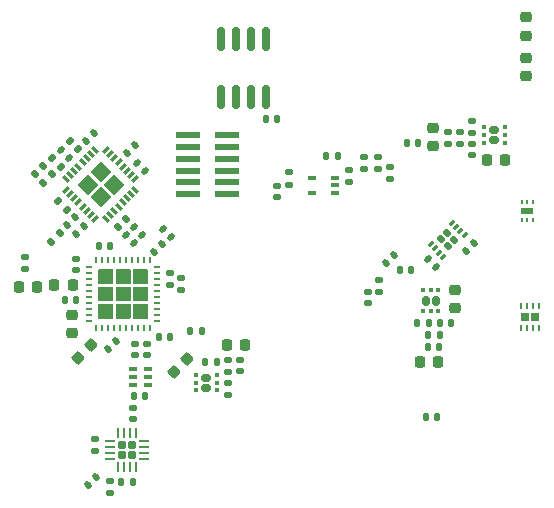
<source format=gbr>
%TF.GenerationSoftware,KiCad,Pcbnew,(6.0.4)*%
%TF.CreationDate,2023-05-22T00:57:41+09:00*%
%TF.ProjectId,RFB,5246422e-6b69-4636-9164-5f7063625858,rev?*%
%TF.SameCoordinates,Original*%
%TF.FileFunction,Paste,Bot*%
%TF.FilePolarity,Positive*%
%FSLAX46Y46*%
G04 Gerber Fmt 4.6, Leading zero omitted, Abs format (unit mm)*
G04 Created by KiCad (PCBNEW (6.0.4)) date 2023-05-22 00:57:41*
%MOMM*%
%LPD*%
G01*
G04 APERTURE LIST*
G04 Aperture macros list*
%AMRoundRect*
0 Rectangle with rounded corners*
0 $1 Rounding radius*
0 $2 $3 $4 $5 $6 $7 $8 $9 X,Y pos of 4 corners*
0 Add a 4 corners polygon primitive as box body*
4,1,4,$2,$3,$4,$5,$6,$7,$8,$9,$2,$3,0*
0 Add four circle primitives for the rounded corners*
1,1,$1+$1,$2,$3*
1,1,$1+$1,$4,$5*
1,1,$1+$1,$6,$7*
1,1,$1+$1,$8,$9*
0 Add four rect primitives between the rounded corners*
20,1,$1+$1,$2,$3,$4,$5,0*
20,1,$1+$1,$4,$5,$6,$7,0*
20,1,$1+$1,$6,$7,$8,$9,0*
20,1,$1+$1,$8,$9,$2,$3,0*%
%AMRotRect*
0 Rectangle, with rotation*
0 The origin of the aperture is its center*
0 $1 length*
0 $2 width*
0 $3 Rotation angle, in degrees counterclockwise*
0 Add horizontal line*
21,1,$1,$2,0,0,$3*%
G04 Aperture macros list end*
%ADD10R,1.100000X0.600000*%
%ADD11R,0.200000X0.400000*%
%ADD12R,0.650000X0.750000*%
%ADD13R,0.250000X0.500000*%
%ADD14RoundRect,0.177500X-0.177500X0.177500X-0.177500X-0.177500X0.177500X-0.177500X0.177500X0.177500X0*%
%ADD15RoundRect,0.062500X-0.062500X0.325000X-0.062500X-0.325000X0.062500X-0.325000X0.062500X0.325000X0*%
%ADD16RoundRect,0.062500X-0.325000X0.062500X-0.325000X-0.062500X0.325000X-0.062500X0.325000X0.062500X0*%
%ADD17RoundRect,0.225000X0.225000X0.250000X-0.225000X0.250000X-0.225000X-0.250000X0.225000X-0.250000X0*%
%ADD18RoundRect,0.225000X-0.017678X0.335876X-0.335876X0.017678X0.017678X-0.335876X0.335876X-0.017678X0*%
%ADD19RoundRect,0.160000X-0.245000X-0.160000X0.245000X-0.160000X0.245000X0.160000X-0.245000X0.160000X0*%
%ADD20RoundRect,0.093750X-0.093750X-0.106250X0.093750X-0.106250X0.093750X0.106250X-0.093750X0.106250X0*%
%ADD21RoundRect,0.140000X0.140000X0.170000X-0.140000X0.170000X-0.140000X-0.170000X0.140000X-0.170000X0*%
%ADD22RotRect,1.230000X1.230000X135.000000*%
%ADD23RotRect,0.250000X0.600000X45.000000*%
%ADD24RotRect,0.250000X0.600000X135.000000*%
%ADD25RoundRect,0.135000X-0.135000X-0.185000X0.135000X-0.185000X0.135000X0.185000X-0.135000X0.185000X0*%
%ADD26RoundRect,0.225000X-0.250000X0.225000X-0.250000X-0.225000X0.250000X-0.225000X0.250000X0.225000X0*%
%ADD27RoundRect,0.135000X0.135000X0.185000X-0.135000X0.185000X-0.135000X-0.185000X0.135000X-0.185000X0*%
%ADD28RoundRect,0.135000X0.035355X-0.226274X0.226274X-0.035355X-0.035355X0.226274X-0.226274X0.035355X0*%
%ADD29RoundRect,0.140000X-0.140000X-0.170000X0.140000X-0.170000X0.140000X0.170000X-0.140000X0.170000X0*%
%ADD30RoundRect,0.135000X0.185000X-0.135000X0.185000X0.135000X-0.185000X0.135000X-0.185000X-0.135000X0*%
%ADD31RoundRect,0.147500X-0.147500X-0.172500X0.147500X-0.172500X0.147500X0.172500X-0.147500X0.172500X0*%
%ADD32RoundRect,0.135000X-0.185000X0.135000X-0.185000X-0.135000X0.185000X-0.135000X0.185000X0.135000X0*%
%ADD33RoundRect,0.160000X0.160000X-0.245000X0.160000X0.245000X-0.160000X0.245000X-0.160000X-0.245000X0*%
%ADD34RoundRect,0.093750X0.106250X-0.093750X0.106250X0.093750X-0.106250X0.093750X-0.106250X-0.093750X0*%
%ADD35RoundRect,0.140000X0.170000X-0.140000X0.170000X0.140000X-0.170000X0.140000X-0.170000X-0.140000X0*%
%ADD36R,2.000000X0.500000*%
%ADD37RoundRect,0.140000X-0.219203X-0.021213X-0.021213X-0.219203X0.219203X0.021213X0.021213X0.219203X0*%
%ADD38RoundRect,0.140000X-0.021213X0.219203X-0.219203X0.021213X0.021213X-0.219203X0.219203X-0.021213X0*%
%ADD39RoundRect,0.140000X-0.170000X0.140000X-0.170000X-0.140000X0.170000X-0.140000X0.170000X0.140000X0*%
%ADD40RoundRect,0.140000X0.028284X-0.226274X0.226274X-0.028284X-0.028284X0.226274X-0.226274X0.028284X0*%
%ADD41RoundRect,0.087500X-0.061872X-0.185616X0.185616X0.061872X0.061872X0.185616X-0.185616X-0.061872X0*%
%ADD42RoundRect,0.160000X0.245000X0.160000X-0.245000X0.160000X-0.245000X-0.160000X0.245000X-0.160000X0*%
%ADD43RoundRect,0.093750X0.093750X0.106250X-0.093750X0.106250X-0.093750X-0.106250X0.093750X-0.106250X0*%
%ADD44R,0.249999X0.599999*%
%ADD45R,0.599999X0.249999*%
%ADD46RoundRect,0.225000X0.017678X-0.335876X0.335876X-0.017678X-0.017678X0.335876X-0.335876X0.017678X0*%
%ADD47RoundRect,0.140000X0.219203X0.021213X0.021213X0.219203X-0.219203X-0.021213X-0.021213X-0.219203X0*%
%ADD48RoundRect,0.147500X-0.172500X0.147500X-0.172500X-0.147500X0.172500X-0.147500X0.172500X0.147500X0*%
%ADD49R,0.650000X0.400000*%
%ADD50RoundRect,0.135000X-0.035355X0.226274X-0.226274X0.035355X0.035355X-0.226274X0.226274X-0.035355X0*%
%ADD51RoundRect,0.225000X0.250000X-0.225000X0.250000X0.225000X-0.250000X0.225000X-0.250000X-0.225000X0*%
%ADD52RoundRect,0.150000X0.150000X-0.825000X0.150000X0.825000X-0.150000X0.825000X-0.150000X-0.825000X0*%
%ADD53RoundRect,0.135000X-0.226274X-0.035355X-0.035355X-0.226274X0.226274X0.035355X0.035355X0.226274X0*%
%ADD54RoundRect,0.140000X0.021213X-0.219203X0.219203X-0.021213X-0.021213X0.219203X-0.219203X0.021213X0*%
%ADD55RoundRect,0.135000X0.226274X0.035355X0.035355X0.226274X-0.226274X-0.035355X-0.035355X-0.226274X0*%
%ADD56RoundRect,0.225000X-0.225000X-0.250000X0.225000X-0.250000X0.225000X0.250000X-0.225000X0.250000X0*%
%ADD57R,0.700000X0.350000*%
G04 APERTURE END LIST*
%TO.C,U4*%
G36*
X44772229Y-79114769D02*
G01*
X44781683Y-79117637D01*
X44790398Y-79122295D01*
X44798036Y-79128562D01*
X44804302Y-79136199D01*
X44808960Y-79144914D01*
X44811828Y-79154368D01*
X44812796Y-79164200D01*
X44812796Y-80323400D01*
X44811828Y-80333233D01*
X44808960Y-80342687D01*
X44804302Y-80351401D01*
X44798036Y-80359039D01*
X44790398Y-80365305D01*
X44781683Y-80369964D01*
X44772229Y-80372831D01*
X44762397Y-80373799D01*
X43603197Y-80373799D01*
X43593365Y-80372831D01*
X43583911Y-80369964D01*
X43575196Y-80365305D01*
X43567558Y-80359039D01*
X43561292Y-80351401D01*
X43556634Y-80342687D01*
X43553766Y-80333233D01*
X43552796Y-80323400D01*
X43552796Y-79164200D01*
X43553766Y-79154368D01*
X43556634Y-79144914D01*
X43561292Y-79136199D01*
X43567558Y-79128562D01*
X43575196Y-79122295D01*
X43583911Y-79117637D01*
X43593365Y-79114769D01*
X43603197Y-79113799D01*
X44762397Y-79113799D01*
X44772229Y-79114769D01*
G37*
G36*
X43312230Y-79114769D02*
G01*
X43321684Y-79117637D01*
X43330398Y-79122295D01*
X43338036Y-79128562D01*
X43344302Y-79136199D01*
X43348961Y-79144914D01*
X43351828Y-79154368D01*
X43352796Y-79164200D01*
X43352796Y-80323400D01*
X43351828Y-80333233D01*
X43348961Y-80342687D01*
X43344302Y-80351401D01*
X43338036Y-80359039D01*
X43330398Y-80365305D01*
X43321684Y-80369964D01*
X43312230Y-80372831D01*
X43302398Y-80373799D01*
X42143197Y-80373799D01*
X42133365Y-80372831D01*
X42123911Y-80369964D01*
X42115196Y-80365305D01*
X42107559Y-80359039D01*
X42101292Y-80351401D01*
X42096634Y-80342687D01*
X42093766Y-80333233D01*
X42092796Y-80323400D01*
X42092796Y-79164200D01*
X42093766Y-79154368D01*
X42096634Y-79144914D01*
X42101292Y-79136199D01*
X42107559Y-79128562D01*
X42115196Y-79122295D01*
X42123911Y-79117637D01*
X42133365Y-79114769D01*
X42143197Y-79113799D01*
X43302398Y-79113799D01*
X43312230Y-79114769D01*
G37*
G36*
X43312230Y-80574769D02*
G01*
X43321684Y-80577637D01*
X43330398Y-80582295D01*
X43338036Y-80588561D01*
X43344302Y-80596199D01*
X43348961Y-80604914D01*
X43351828Y-80614368D01*
X43352796Y-80624200D01*
X43352796Y-81783400D01*
X43351828Y-81793232D01*
X43348961Y-81802686D01*
X43344302Y-81811401D01*
X43338036Y-81819039D01*
X43330398Y-81825305D01*
X43321684Y-81829963D01*
X43312230Y-81832831D01*
X43302398Y-81833799D01*
X42143197Y-81833799D01*
X42133365Y-81832831D01*
X42123911Y-81829963D01*
X42115196Y-81825305D01*
X42107559Y-81819039D01*
X42101292Y-81811401D01*
X42096634Y-81802686D01*
X42093766Y-81793232D01*
X42092796Y-81783400D01*
X42092796Y-80624200D01*
X42093766Y-80614368D01*
X42096634Y-80604914D01*
X42101292Y-80596199D01*
X42107559Y-80588561D01*
X42115196Y-80582295D01*
X42123911Y-80577637D01*
X42133365Y-80574769D01*
X42143197Y-80573801D01*
X43302398Y-80573801D01*
X43312230Y-80574769D01*
G37*
G36*
X41852230Y-82034769D02*
G01*
X41861684Y-82037636D01*
X41870399Y-82042295D01*
X41878037Y-82048561D01*
X41884303Y-82056199D01*
X41888961Y-82064913D01*
X41891829Y-82074367D01*
X41892799Y-82084200D01*
X41892799Y-83243400D01*
X41891829Y-83253232D01*
X41888961Y-83262686D01*
X41884303Y-83271401D01*
X41878037Y-83279038D01*
X41870399Y-83285305D01*
X41861684Y-83289963D01*
X41852230Y-83292831D01*
X41842398Y-83293801D01*
X40683198Y-83293801D01*
X40673365Y-83292831D01*
X40663912Y-83289963D01*
X40655197Y-83285305D01*
X40647559Y-83279038D01*
X40641293Y-83271401D01*
X40636634Y-83262686D01*
X40633767Y-83253232D01*
X40632799Y-83243400D01*
X40632799Y-82084200D01*
X40633767Y-82074367D01*
X40636634Y-82064913D01*
X40641293Y-82056199D01*
X40647559Y-82048561D01*
X40655197Y-82042295D01*
X40663912Y-82037636D01*
X40673365Y-82034769D01*
X40683198Y-82033801D01*
X41842398Y-82033801D01*
X41852230Y-82034769D01*
G37*
G36*
X44772229Y-80574769D02*
G01*
X44781683Y-80577637D01*
X44790398Y-80582295D01*
X44798036Y-80588561D01*
X44804302Y-80596199D01*
X44808960Y-80604914D01*
X44811828Y-80614368D01*
X44812796Y-80624200D01*
X44812796Y-81783400D01*
X44811828Y-81793232D01*
X44808960Y-81802686D01*
X44804302Y-81811401D01*
X44798036Y-81819039D01*
X44790398Y-81825305D01*
X44781683Y-81829963D01*
X44772229Y-81832831D01*
X44762397Y-81833799D01*
X43603197Y-81833799D01*
X43593365Y-81832831D01*
X43583911Y-81829963D01*
X43575196Y-81825305D01*
X43567558Y-81819039D01*
X43561292Y-81811401D01*
X43556634Y-81802686D01*
X43553766Y-81793232D01*
X43552796Y-81783400D01*
X43552796Y-80624200D01*
X43553766Y-80614368D01*
X43556634Y-80604914D01*
X43561292Y-80596199D01*
X43567558Y-80588561D01*
X43575196Y-80582295D01*
X43583911Y-80577637D01*
X43593365Y-80574769D01*
X43603197Y-80573801D01*
X44762397Y-80573801D01*
X44772229Y-80574769D01*
G37*
G36*
X44772229Y-82034769D02*
G01*
X44781683Y-82037636D01*
X44790398Y-82042295D01*
X44798036Y-82048561D01*
X44804302Y-82056199D01*
X44808960Y-82064913D01*
X44811828Y-82074367D01*
X44812796Y-82084200D01*
X44812796Y-83243400D01*
X44811828Y-83253232D01*
X44808960Y-83262686D01*
X44804302Y-83271401D01*
X44798036Y-83279038D01*
X44790398Y-83285305D01*
X44781683Y-83289963D01*
X44772229Y-83292831D01*
X44762397Y-83293801D01*
X43603197Y-83293801D01*
X43593365Y-83292831D01*
X43583911Y-83289963D01*
X43575196Y-83285305D01*
X43567558Y-83279038D01*
X43561292Y-83271401D01*
X43556634Y-83262686D01*
X43553766Y-83253232D01*
X43552796Y-83243400D01*
X43552796Y-82084200D01*
X43553766Y-82074367D01*
X43556634Y-82064913D01*
X43561292Y-82056199D01*
X43567558Y-82048561D01*
X43575196Y-82042295D01*
X43583911Y-82037636D01*
X43593365Y-82034769D01*
X43603197Y-82033801D01*
X44762397Y-82033801D01*
X44772229Y-82034769D01*
G37*
G36*
X41852230Y-80574769D02*
G01*
X41861684Y-80577637D01*
X41870399Y-80582295D01*
X41878037Y-80588561D01*
X41884303Y-80596199D01*
X41888961Y-80604914D01*
X41891829Y-80614368D01*
X41892799Y-80624200D01*
X41892799Y-81783400D01*
X41891829Y-81793232D01*
X41888961Y-81802686D01*
X41884303Y-81811401D01*
X41878037Y-81819039D01*
X41870399Y-81825305D01*
X41861684Y-81829963D01*
X41852230Y-81832831D01*
X41842398Y-81833799D01*
X40683198Y-81833799D01*
X40673365Y-81832831D01*
X40663912Y-81829963D01*
X40655197Y-81825305D01*
X40647559Y-81819039D01*
X40641293Y-81811401D01*
X40636634Y-81802686D01*
X40633767Y-81793232D01*
X40632799Y-81783400D01*
X40632799Y-80624200D01*
X40633767Y-80614368D01*
X40636634Y-80604914D01*
X40641293Y-80596199D01*
X40647559Y-80588561D01*
X40655197Y-80582295D01*
X40663912Y-80577637D01*
X40673365Y-80574769D01*
X40683198Y-80573801D01*
X41842398Y-80573801D01*
X41852230Y-80574769D01*
G37*
G36*
X43312230Y-82034769D02*
G01*
X43321684Y-82037636D01*
X43330398Y-82042295D01*
X43338036Y-82048561D01*
X43344302Y-82056199D01*
X43348961Y-82064913D01*
X43351828Y-82074367D01*
X43352796Y-82084200D01*
X43352796Y-83243400D01*
X43351828Y-83253232D01*
X43348961Y-83262686D01*
X43344302Y-83271401D01*
X43338036Y-83279038D01*
X43330398Y-83285305D01*
X43321684Y-83289963D01*
X43312230Y-83292831D01*
X43302398Y-83293801D01*
X42143197Y-83293801D01*
X42133365Y-83292831D01*
X42123911Y-83289963D01*
X42115196Y-83285305D01*
X42107559Y-83279038D01*
X42101292Y-83271401D01*
X42096634Y-83262686D01*
X42093766Y-83253232D01*
X42092796Y-83243400D01*
X42092796Y-82084200D01*
X42093766Y-82074367D01*
X42096634Y-82064913D01*
X42101292Y-82056199D01*
X42107559Y-82048561D01*
X42115196Y-82042295D01*
X42123911Y-82037636D01*
X42133365Y-82034769D01*
X42143197Y-82033801D01*
X43302398Y-82033801D01*
X43312230Y-82034769D01*
G37*
G36*
X41852230Y-79114769D02*
G01*
X41861684Y-79117637D01*
X41870399Y-79122295D01*
X41878037Y-79128562D01*
X41884303Y-79136199D01*
X41888961Y-79144914D01*
X41891829Y-79154368D01*
X41892799Y-79164200D01*
X41892799Y-80323400D01*
X41891829Y-80333233D01*
X41888961Y-80342687D01*
X41884303Y-80351401D01*
X41878037Y-80359039D01*
X41870399Y-80365305D01*
X41861684Y-80369964D01*
X41852230Y-80372831D01*
X41842398Y-80373799D01*
X40683198Y-80373799D01*
X40673365Y-80372831D01*
X40663912Y-80369964D01*
X40655197Y-80365305D01*
X40647559Y-80359039D01*
X40641293Y-80351401D01*
X40636634Y-80342687D01*
X40633767Y-80333233D01*
X40632799Y-80323400D01*
X40632799Y-79164200D01*
X40633767Y-79154368D01*
X40636634Y-79144914D01*
X40641293Y-79136199D01*
X40647559Y-79128562D01*
X40655197Y-79122295D01*
X40663912Y-79117637D01*
X40673365Y-79114769D01*
X40683198Y-79113799D01*
X41842398Y-79113799D01*
X41852230Y-79114769D01*
G37*
%TD*%
D10*
%TO.C,U7*%
X76963000Y-74160400D03*
D11*
X76463000Y-74910400D03*
X76963000Y-74910400D03*
X77463000Y-74910400D03*
X77463000Y-73410400D03*
X76963000Y-73410400D03*
X76463000Y-73410400D03*
%TD*%
D12*
%TO.C,IC1*%
X77592600Y-83159600D03*
X76792600Y-83159600D03*
D13*
X76442600Y-82209600D03*
X76942600Y-82209600D03*
X77442600Y-82209600D03*
X77942600Y-82209600D03*
X77942600Y-84109600D03*
X77442600Y-84109600D03*
X76942600Y-84109600D03*
X76442600Y-84109600D03*
%TD*%
D14*
%TO.C,IC5*%
X42613000Y-94851800D03*
X43493000Y-93971800D03*
X43493000Y-94851800D03*
X42613000Y-93971800D03*
D15*
X42303000Y-92949300D03*
X42803000Y-92949300D03*
X43303000Y-92949300D03*
X43803000Y-92949300D03*
D16*
X44515500Y-93661800D03*
X44515500Y-94161800D03*
X44515500Y-94661800D03*
X44515500Y-95161800D03*
D15*
X43803000Y-95874300D03*
X43303000Y-95874300D03*
X42803000Y-95874300D03*
X42303000Y-95874300D03*
D16*
X41590500Y-95161800D03*
X41590500Y-94661800D03*
X41590500Y-94161800D03*
X41590500Y-93661800D03*
%TD*%
D17*
%TO.C,C141*%
X69380400Y-86969600D03*
X67830400Y-86969600D03*
%TD*%
D18*
%TO.C,C102*%
X48096808Y-86675592D03*
X47000792Y-87771608D03*
%TD*%
D19*
%TO.C,IC10*%
X74152700Y-67346200D03*
X74152700Y-68146200D03*
D20*
X73265200Y-68396200D03*
X73265200Y-67746200D03*
X73265200Y-67096200D03*
X75040200Y-67096200D03*
X75040200Y-67746200D03*
X75040200Y-68396200D03*
%TD*%
D21*
%TO.C,C69*%
X69314000Y-91617800D03*
X68354000Y-91617800D03*
%TD*%
D22*
%TO.C,U2*%
X40821616Y-70836784D03*
X40821616Y-73028816D03*
X39725600Y-71932800D03*
X41917632Y-71932800D03*
D23*
X43756109Y-72392419D03*
X43402556Y-72745973D03*
X43049002Y-73099526D03*
X42695449Y-73453080D03*
X42341896Y-73806633D03*
X41988342Y-74160186D03*
X41634789Y-74513740D03*
X41281235Y-74867293D03*
D24*
X40361997Y-74867293D03*
X40008443Y-74513740D03*
X39654890Y-74160186D03*
X39301336Y-73806633D03*
X38947783Y-73453080D03*
X38594230Y-73099526D03*
X38240676Y-72745973D03*
X37887123Y-72392419D03*
D23*
X37887123Y-71473181D03*
X38240676Y-71119627D03*
X38594230Y-70766074D03*
X38947783Y-70412520D03*
X39301336Y-70058967D03*
X39654890Y-69705414D03*
X40008443Y-69351860D03*
X40361997Y-68998307D03*
D24*
X41281235Y-68998307D03*
X41634789Y-69351860D03*
X41988342Y-69705414D03*
X42341896Y-70058967D03*
X42695449Y-70412520D03*
X43049002Y-70766074D03*
X43402556Y-71119627D03*
X43756109Y-71473181D03*
%TD*%
D25*
%TO.C,R75*%
X67598100Y-83667600D03*
X68618100Y-83667600D03*
%TD*%
D26*
%TO.C,C122*%
X70853300Y-80860600D03*
X70853300Y-82410600D03*
%TD*%
D27*
%TO.C,R50*%
X49405000Y-84328000D03*
X48385000Y-84328000D03*
%TD*%
D28*
%TO.C,R4*%
X35250176Y-71048824D03*
X35971424Y-70327576D03*
%TD*%
D29*
%TO.C,C30*%
X37775000Y-81711800D03*
X38735000Y-81711800D03*
%TD*%
D21*
%TO.C,C7*%
X70497700Y-83667600D03*
X69537700Y-83667600D03*
%TD*%
D30*
%TO.C,R68*%
X51638200Y-87782400D03*
X51638200Y-86762400D03*
%TD*%
D17*
%TO.C,C121*%
X75095400Y-69824600D03*
X73545400Y-69824600D03*
%TD*%
D31*
%TO.C,L13*%
X42565600Y-97078800D03*
X43535600Y-97078800D03*
%TD*%
D32*
%TO.C,R52*%
X61849000Y-70711600D03*
X61849000Y-71731600D03*
%TD*%
D21*
%TO.C,C13*%
X46733400Y-84861400D03*
X45773400Y-84861400D03*
%TD*%
D33*
%TO.C,IC2*%
X68376900Y-81788000D03*
X69176900Y-81788000D03*
D34*
X69426900Y-82675500D03*
X68776900Y-82675500D03*
X68126900Y-82675500D03*
X68126900Y-80900500D03*
X68776900Y-80900500D03*
X69426900Y-80900500D03*
%TD*%
D35*
%TO.C,C39*%
X63129100Y-70582000D03*
X63129100Y-69622000D03*
%TD*%
D36*
%TO.C,J10*%
X48235600Y-72756400D03*
X51535600Y-72756400D03*
X48235600Y-71756400D03*
X51535600Y-71756400D03*
X48235600Y-70756400D03*
X51535600Y-70756400D03*
X48235600Y-69756400D03*
X51535600Y-69756400D03*
X48235600Y-68756400D03*
X51535600Y-68756400D03*
X48235600Y-67756400D03*
X51535600Y-67756400D03*
%TD*%
D37*
%TO.C,C27*%
X43688000Y-75539600D03*
X44366822Y-76218422D03*
%TD*%
D38*
%TO.C,C8*%
X40252022Y-67570978D03*
X39573200Y-68249800D03*
%TD*%
D39*
%TO.C,C17*%
X47650400Y-79888200D03*
X47650400Y-80848200D03*
%TD*%
D40*
%TO.C,U20*%
X70168199Y-76076070D03*
X70238909Y-77136730D03*
X70733884Y-76641755D03*
X69673224Y-76571045D03*
D41*
X69823484Y-78047130D03*
X69469931Y-77693577D03*
X69116377Y-77340023D03*
X68762824Y-76986470D03*
X70583624Y-75165670D03*
X70937177Y-75519223D03*
X71290731Y-75872777D03*
X71644284Y-76226330D03*
%TD*%
D39*
%TO.C,C87*%
X34442400Y-78107600D03*
X34442400Y-79067600D03*
%TD*%
D37*
%TO.C,C26*%
X42992989Y-76241589D03*
X43671811Y-76920411D03*
%TD*%
D35*
%TO.C,C42*%
X64322900Y-70582000D03*
X64322900Y-69622000D03*
%TD*%
D21*
%TO.C,C132*%
X69507100Y-85699600D03*
X68547100Y-85699600D03*
%TD*%
D39*
%TO.C,C97*%
X43586400Y-90833000D03*
X43586400Y-91793000D03*
%TD*%
D35*
%TO.C,C34*%
X72273100Y-69436400D03*
X72273100Y-68476400D03*
%TD*%
D37*
%TO.C,C3*%
X37497378Y-68993378D03*
X38176200Y-69672200D03*
%TD*%
D30*
%TO.C,R63*%
X65338900Y-71499001D03*
X65338900Y-70479001D03*
%TD*%
D39*
%TO.C,C32*%
X46659800Y-79456400D03*
X46659800Y-80416400D03*
%TD*%
D42*
%TO.C,IC8*%
X49758600Y-89122200D03*
X49758600Y-88322200D03*
D43*
X50646100Y-88072200D03*
X50646100Y-88722200D03*
X50646100Y-89372200D03*
X48871100Y-89372200D03*
X48871100Y-88722200D03*
X48871100Y-88072200D03*
%TD*%
D29*
%TO.C,C11*%
X49685000Y-86918800D03*
X50645000Y-86918800D03*
%TD*%
D38*
%TO.C,C123*%
X72450011Y-76901989D03*
X71771189Y-77580811D03*
%TD*%
D39*
%TO.C,C116*%
X52654200Y-86771599D03*
X52654200Y-87731599D03*
%TD*%
D44*
%TO.C,U4*%
X40472797Y-78303801D03*
X40972796Y-78303801D03*
X41472797Y-78303801D03*
X41972796Y-78303801D03*
X42472798Y-78303801D03*
X42972797Y-78303801D03*
X43472796Y-78303801D03*
X43972797Y-78303801D03*
X44472796Y-78303801D03*
X44972798Y-78303801D03*
D45*
X45622797Y-78953799D03*
X45622797Y-79453798D03*
X45622797Y-79953800D03*
X45622797Y-80453799D03*
X45622797Y-80953800D03*
X45622797Y-81453800D03*
X45622797Y-81953798D03*
X45622797Y-82453800D03*
X45622797Y-82953799D03*
X45622797Y-83453801D03*
D44*
X44972798Y-84103799D03*
X44472796Y-84103799D03*
X43972797Y-84103799D03*
X43472796Y-84103799D03*
X42972797Y-84103799D03*
X42472798Y-84103799D03*
X41972796Y-84103799D03*
X41472797Y-84103799D03*
X40972796Y-84103799D03*
X40472797Y-84103799D03*
D45*
X39822798Y-83453801D03*
X39822798Y-82953799D03*
X39822798Y-82453800D03*
X39822798Y-81953798D03*
X39822798Y-81453800D03*
X39822798Y-80953800D03*
X39822798Y-80453799D03*
X39822798Y-79953800D03*
X39822798Y-79453798D03*
X39822798Y-78953799D03*
%TD*%
D29*
%TO.C,C24*%
X40670600Y-77165200D03*
X41630600Y-77165200D03*
%TD*%
D46*
%TO.C,C20*%
X38883584Y-86617816D03*
X39979600Y-85521800D03*
%TD*%
D26*
%TO.C,C33*%
X76835000Y-57772000D03*
X76835000Y-59322000D03*
%TD*%
D21*
%TO.C,C43*%
X67726500Y-68400200D03*
X66766500Y-68400200D03*
%TD*%
D39*
%TO.C,C77*%
X63423800Y-81003200D03*
X63423800Y-81963200D03*
%TD*%
D47*
%TO.C,C133*%
X69205976Y-78936222D03*
X68527154Y-78257400D03*
%TD*%
D29*
%TO.C,C38*%
X59946600Y-69519800D03*
X60906600Y-69519800D03*
%TD*%
D39*
%TO.C,C95*%
X55727600Y-72037000D03*
X55727600Y-72997000D03*
%TD*%
D37*
%TO.C,C103*%
X46117189Y-75657389D03*
X46796011Y-76336211D03*
%TD*%
D32*
%TO.C,R73*%
X72273100Y-66518600D03*
X72273100Y-67538600D03*
%TD*%
D21*
%TO.C,C96*%
X44574400Y-89865200D03*
X43614400Y-89865200D03*
%TD*%
D48*
%TO.C,L12*%
X40386000Y-93520400D03*
X40386000Y-94490400D03*
%TD*%
D21*
%TO.C,C76*%
X67104200Y-79197200D03*
X66144200Y-79197200D03*
%TD*%
D35*
%TO.C,C131*%
X70241100Y-68473800D03*
X70241100Y-67513800D03*
%TD*%
D38*
%TO.C,C4*%
X43706422Y-68561578D03*
X43027600Y-69240400D03*
%TD*%
D49*
%TO.C,U13*%
X60655200Y-71359000D03*
X60655200Y-72009000D03*
X60655200Y-72659000D03*
X58755200Y-72659000D03*
X58755200Y-71359000D03*
%TD*%
D50*
%TO.C,R5*%
X43007224Y-74848776D03*
X42285976Y-75570024D03*
%TD*%
D35*
%TO.C,C28*%
X43723400Y-86375200D03*
X43723400Y-85415200D03*
%TD*%
%TO.C,C29*%
X44739400Y-86370000D03*
X44739400Y-85410000D03*
%TD*%
D51*
%TO.C,C106*%
X76835000Y-62776400D03*
X76835000Y-61226400D03*
%TD*%
D35*
%TO.C,C99*%
X41579800Y-98016000D03*
X41579800Y-97056000D03*
%TD*%
D25*
%TO.C,R74*%
X68512500Y-84683600D03*
X69532500Y-84683600D03*
%TD*%
D52*
%TO.C,U6*%
X54813200Y-64563800D03*
X53543200Y-64563800D03*
X52273200Y-64563800D03*
X51003200Y-64563800D03*
X51003200Y-59613800D03*
X52273200Y-59613800D03*
X53543200Y-59613800D03*
X54813200Y-59613800D03*
%TD*%
D28*
%TO.C,R1*%
X36647176Y-76789224D03*
X37368424Y-76067976D03*
%TD*%
D53*
%TO.C,R44*%
X37251752Y-73345152D03*
X37973000Y-74066400D03*
%TD*%
D54*
%TO.C,C1*%
X38751189Y-76107611D03*
X39430011Y-75428789D03*
%TD*%
D55*
%TO.C,R2*%
X37470024Y-70413824D03*
X36748776Y-69692576D03*
%TD*%
D56*
%TO.C,C119*%
X51498200Y-85521800D03*
X53048200Y-85521800D03*
%TD*%
%TO.C,C5*%
X33870600Y-80594200D03*
X35420600Y-80594200D03*
%TD*%
D21*
%TO.C,C91*%
X55775800Y-66344800D03*
X54815800Y-66344800D03*
%TD*%
D51*
%TO.C,C140*%
X68971100Y-68669200D03*
X68971100Y-67119200D03*
%TD*%
D35*
%TO.C,C79*%
X64414400Y-80998000D03*
X64414400Y-80038000D03*
%TD*%
D28*
%TO.C,R7*%
X35986776Y-71785424D03*
X36708024Y-71064176D03*
%TD*%
D32*
%TO.C,R72*%
X71257100Y-67456400D03*
X71257100Y-68476400D03*
%TD*%
D54*
%TO.C,C90*%
X38014589Y-75396411D03*
X38693411Y-74717589D03*
%TD*%
D57*
%TO.C,FL1*%
X43606400Y-88889600D03*
X43606400Y-88239600D03*
X43606400Y-87589600D03*
X44856400Y-87589600D03*
X44856400Y-88239600D03*
X44856400Y-88889600D03*
%TD*%
D30*
%TO.C,R51*%
X56743600Y-71934800D03*
X56743600Y-70914800D03*
%TD*%
D51*
%TO.C,C25*%
X38379400Y-84518800D03*
X38379400Y-82968800D03*
%TD*%
D38*
%TO.C,C22*%
X46059411Y-76978189D03*
X45380589Y-77657011D03*
%TD*%
D39*
%TO.C,C23*%
X38709600Y-78237200D03*
X38709600Y-79197200D03*
%TD*%
D56*
%TO.C,C19*%
X36905600Y-80441800D03*
X38455600Y-80441800D03*
%TD*%
D54*
%TO.C,C98*%
X39716389Y-97342011D03*
X40395211Y-96663189D03*
%TD*%
D53*
%TO.C,R3*%
X38191552Y-68244776D03*
X38912800Y-68966024D03*
%TD*%
D47*
%TO.C,C9*%
X44595422Y-70757422D03*
X43916600Y-70078600D03*
%TD*%
D54*
%TO.C,C21*%
X41418189Y-85886611D03*
X42097011Y-85207789D03*
%TD*%
D30*
%TO.C,R69*%
X51638200Y-89740200D03*
X51638200Y-88720200D03*
%TD*%
D38*
%TO.C,C49*%
X65693611Y-77892589D03*
X65014789Y-78571411D03*
%TD*%
M02*

</source>
